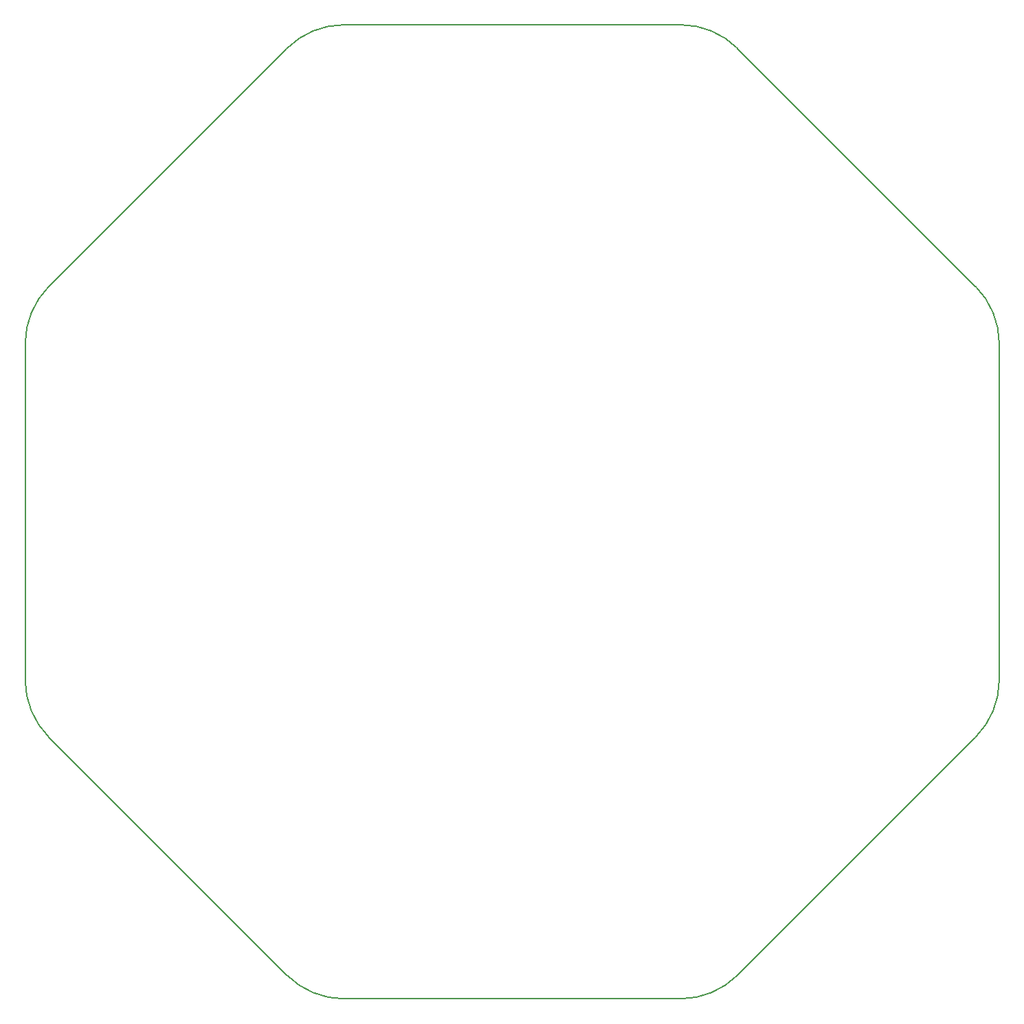
<source format=gbr>
%TF.GenerationSoftware,KiCad,Pcbnew,7.0.5-0*%
%TF.CreationDate,2024-01-08T12:29:38+01:00*%
%TF.ProjectId,mollusc_motion_board,6d6f6c6c-7573-4635-9f6d-6f74696f6e5f,rev?*%
%TF.SameCoordinates,Original*%
%TF.FileFunction,Profile,NP*%
%FSLAX46Y46*%
G04 Gerber Fmt 4.6, Leading zero omitted, Abs format (unit mm)*
G04 Created by KiCad (PCBNEW 7.0.5-0) date 2024-01-08 12:29:38*
%MOMM*%
%LPD*%
G01*
G04 APERTURE LIST*
%TA.AperFunction,Profile*%
%ADD10C,0.200000*%
%TD*%
G04 APERTURE END LIST*
D10*
X-75710678Y37499984D02*
G75*
G03*
X-82781745Y34571067I-22J-9999984D01*
G01*
X-27218254Y-79571068D02*
X2071068Y-50281746D01*
X-82781757Y-79571079D02*
G75*
G03*
X-75710678Y-82500000I7071057J7071079D01*
G01*
X-112071068Y-50281746D02*
X-82781746Y-79571068D01*
X-34289322Y37500000D02*
X-75710678Y37500000D01*
X4999984Y-1789322D02*
G75*
G03*
X2071067Y5281745I-9999984J22D01*
G01*
X5000000Y-43210678D02*
X5000000Y-1789322D01*
X-115000000Y-1789322D02*
X-115000000Y-43210678D01*
X-34289322Y-82499984D02*
G75*
G03*
X-27218255Y-79571067I22J9999984D01*
G01*
X-112071071Y5281749D02*
G75*
G03*
X-115000000Y-1789322I7071081J-7071069D01*
G01*
X-75710678Y-82500000D02*
X-34289322Y-82500000D01*
X-114999984Y-43210678D02*
G75*
G03*
X-112071067Y-50281745I9999984J-22D01*
G01*
X2071058Y-50281736D02*
G75*
G03*
X5000000Y-43210678I-7070958J7071036D01*
G01*
X-82781746Y34571068D02*
X-112071068Y5281746D01*
X2071068Y5281746D02*
X-27218254Y34571068D01*
X-27218243Y34571079D02*
G75*
G03*
X-34289322Y37500000I-7071057J-7071079D01*
G01*
M02*

</source>
